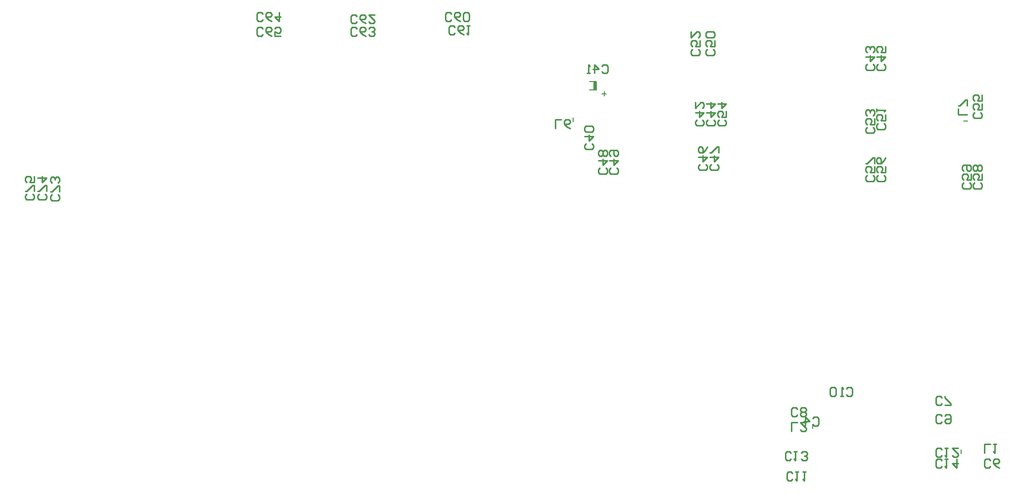
<source format=gbo>
%FSTAX23Y23*%
%MOIN*%
%SFA1B1*%

%IPPOS*%
%ADD67C,0.010000*%
%ADD117C,0.007870*%
%ADD119R,0.021650X0.055120*%
%LNdsau-motherboard-reva-1*%
%LPD*%
G54D67*
X07485Y03024D02*
X07495Y03034D01*
X07515*
X07525Y03024*
Y02985*
X07515Y02975*
X07495*
X07485Y02985*
X07435Y02975D02*
Y03034D01*
X07465Y03004*
X07425*
X08525Y05075D02*
X08465D01*
Y05114*
X08525Y05134D02*
Y05174D01*
X08515*
X08475Y05134*
X08465*
X0575Y0498D02*
Y0504D01*
X0579*
X0585Y0498D02*
X0583Y0499D01*
X0581Y0501*
Y0503*
X0582Y0504*
X0584*
X0585Y0503*
Y0502*
X0584Y0501*
X0581*
X0734Y02937D02*
Y02997D01*
X0738*
X0744D02*
X074D01*
X0744Y02957*
Y02947*
X0743Y02937*
X0741*
X074Y02947*
X0864Y0279D02*
Y0285D01*
X0868*
X087D02*
X0872D01*
X0871*
Y0279*
X087Y028*
X0223Y04539D02*
X0224Y04529D01*
Y0451*
X0223Y045*
X0219*
X0218Y0451*
Y04529*
X0219Y04539*
X0224Y04559D02*
Y04599D01*
X0223*
X0219Y04559*
X0218*
X0224Y04659D02*
Y04619D01*
X0221*
X0222Y04639*
Y04649*
X0221Y04659*
X0219*
X0218Y04649*
Y04629*
X0219Y04619*
X02315Y04539D02*
X02325Y04529D01*
Y0451*
X02315Y045*
X02275*
X02265Y0451*
Y04529*
X02275Y04539*
X02325Y04559D02*
Y04599D01*
X02315*
X02275Y04559*
X02265*
Y04649D02*
X02325D01*
X02295Y04619*
Y04659*
X024Y04534D02*
X0241Y04524D01*
Y04505*
X024Y04495*
X0236*
X0235Y04505*
Y04524*
X0236Y04534*
X0241Y04554D02*
Y04594D01*
X024*
X0236Y04554*
X0235*
X024Y04614D02*
X0241Y04624D01*
Y04644*
X024Y04654*
X0239*
X0238Y04644*
Y04634*
Y04644*
X0237Y04654*
X0236*
X0235Y04644*
Y04624*
X0236Y04614*
X0378Y05615D02*
X0377Y05605D01*
X0375*
X0374Y05615*
Y05655*
X0375Y05665*
X0377*
X0378Y05655*
X0384Y05605D02*
X0382Y05615D01*
X038Y05635*
Y05655*
X0381Y05665*
X0383*
X0384Y05655*
Y05645*
X0383Y05635*
X038*
X039Y05605D02*
X0386D01*
Y05635*
X0388Y05625*
X0389*
X039Y05635*
Y05655*
X0389Y05665*
X0387*
X0386Y05655*
X0378Y05715D02*
X0377Y05705D01*
X0375*
X0374Y05715*
Y05755*
X0375Y05765*
X0377*
X0378Y05755*
X0384Y05705D02*
X0382Y05715D01*
X038Y05735*
Y05755*
X0381Y05765*
X0383*
X0384Y05755*
Y05745*
X0383Y05735*
X038*
X0389Y05765D02*
Y05705D01*
X0386Y05735*
X039*
X04414Y05615D02*
X04404Y05605D01*
X04385*
X04375Y05615*
Y05654*
X04385Y05664*
X04404*
X04414Y05654*
X04474Y05605D02*
X04454Y05615D01*
X04434Y05634*
Y05654*
X04444Y05664*
X04464*
X04474Y05654*
Y05644*
X04464Y05634*
X04434*
X04494Y05615D02*
X04504Y05605D01*
X04524*
X04534Y05615*
Y05624*
X04524Y05634*
X04514*
X04524*
X04534Y05644*
Y05654*
X04524Y05664*
X04504*
X04494Y05654*
X04414Y057D02*
X04404Y0569D01*
X04385*
X04375Y057*
Y05739*
X04385Y05749*
X04404*
X04414Y05739*
X04474Y0569D02*
X04454Y057D01*
X04434Y05719*
Y05739*
X04444Y05749*
X04464*
X04474Y05739*
Y05729*
X04464Y05719*
X04434*
X04534Y05749D02*
X04494D01*
X04534Y05709*
Y057*
X04524Y0569*
X04504*
X04494Y057*
X05075Y05625D02*
X05065Y05615D01*
X05045*
X05035Y05625*
Y05665*
X05045Y05675*
X05065*
X05075Y05665*
X05135Y05615D02*
X05115Y05625D01*
X05095Y05645*
Y05665*
X05105Y05675*
X05125*
X05135Y05665*
Y05655*
X05125Y05645*
X05095*
X05155Y05675D02*
X05175D01*
X05165*
Y05615*
X05155Y05625*
X0505Y05715D02*
X0504Y05705D01*
X0502*
X0501Y05715*
Y05755*
X0502Y05765*
X0504*
X0505Y05755*
X0511Y05705D02*
X0509Y05715D01*
X0507Y05735*
Y05755*
X0508Y05765*
X051*
X0511Y05755*
Y05745*
X051Y05735*
X0507*
X0513Y05715D02*
X0514Y05705D01*
X0516*
X0517Y05715*
Y05755*
X0516Y05765*
X0514*
X0513Y05755*
Y05715*
X0854Y04614D02*
X0855Y04604D01*
Y04585*
X0854Y04575*
X085*
X0849Y04585*
Y04604*
X085Y04614*
X0855Y04674D02*
Y04634D01*
X0852*
X0853Y04654*
Y04664*
X0852Y04674*
X085*
X0849Y04664*
Y04644*
X085Y04634*
Y04694D02*
X0849Y04704D01*
Y04724*
X085Y04734*
X0854*
X0855Y04724*
Y04704*
X0854Y04694*
X0853*
X0852Y04704*
Y04734*
X08615Y04614D02*
X08625Y04604D01*
Y04585*
X08615Y04575*
X08575*
X08565Y04585*
Y04604*
X08575Y04614*
X08625Y04674D02*
Y04634D01*
X08595*
X08605Y04654*
Y04664*
X08595Y04674*
X08575*
X08565Y04664*
Y04644*
X08575Y04634*
X08615Y04694D02*
X08625Y04704D01*
Y04724*
X08615Y04734*
X08605*
X08595Y04724*
X08585Y04734*
X08575*
X08565Y04724*
Y04704*
X08575Y04694*
X08585*
X08595Y04704*
X08605Y04694*
X08615*
X08595Y04704D02*
Y04724D01*
X0789Y04664D02*
X079Y04654D01*
Y04635*
X0789Y04625*
X0785*
X0784Y04635*
Y04654*
X0785Y04664*
X079Y04724D02*
Y04684D01*
X0787*
X0788Y04704*
Y04714*
X0787Y04724*
X0785*
X0784Y04714*
Y04694*
X0785Y04684*
X079Y04744D02*
Y04784D01*
X0789*
X0785Y04744*
X0784*
X07965Y04664D02*
X07975Y04654D01*
Y04635*
X07965Y04625*
X07925*
X07915Y04635*
Y04654*
X07925Y04664*
X07975Y04724D02*
Y04684D01*
X07945*
X07955Y04704*
Y04714*
X07945Y04724*
X07925*
X07915Y04714*
Y04694*
X07925Y04684*
X07975Y04784D02*
X07965Y04764D01*
X07945Y04744*
X07925*
X07915Y04754*
Y04774*
X07925Y04784*
X07935*
X07945Y04774*
Y04744*
X08615Y05089D02*
X08625Y05079D01*
Y0506*
X08615Y0505*
X08575*
X08565Y0506*
Y05079*
X08575Y05089*
X08625Y05149D02*
Y05109D01*
X08595*
X08605Y05129*
Y05139*
X08595Y05149*
X08575*
X08565Y05139*
Y05119*
X08575Y05109*
X08625Y05209D02*
Y05169D01*
X08595*
X08605Y05189*
Y05199*
X08595Y05209*
X08575*
X08565Y05199*
Y05179*
X08575Y05169*
X06892Y05039D02*
X06902Y05029D01*
Y0501*
X06892Y05*
X06853*
X06843Y0501*
Y05029*
X06853Y05039*
X06902Y05099D02*
Y05059D01*
X06872*
X06882Y05079*
Y05089*
X06872Y05099*
X06853*
X06843Y05089*
Y05069*
X06853Y05059*
X06843Y05149D02*
X06902D01*
X06872Y05119*
Y05159*
X0789Y04989D02*
X079Y04979D01*
Y0496*
X0789Y0495*
X0785*
X0784Y0496*
Y04979*
X0785Y04989*
X079Y05049D02*
Y05009D01*
X0787*
X0788Y05029*
Y05039*
X0787Y05049*
X0785*
X0784Y05039*
Y05019*
X0785Y05009*
X0789Y05069D02*
X079Y05079D01*
Y05099*
X0789Y05109*
X0788*
X0787Y05099*
Y05089*
Y05099*
X0786Y05109*
X0785*
X0784Y05099*
Y05079*
X0785Y05069*
X06714Y05514D02*
X06724Y05504D01*
Y05485*
X06714Y05475*
X06675*
X06665Y05485*
Y05504*
X06675Y05514*
X06724Y05574D02*
Y05534D01*
X06694*
X06704Y05554*
Y05564*
X06694Y05574*
X06675*
X06665Y05564*
Y05544*
X06675Y05534*
X06665Y05634D02*
Y05594D01*
X06704Y05634*
X06714*
X06724Y05624*
Y05604*
X06714Y05594*
X07965Y05014D02*
X07975Y05004D01*
Y04985*
X07965Y04975*
X07925*
X07915Y04985*
Y05004*
X07925Y05014*
X07975Y05074D02*
Y05034D01*
X07945*
X07955Y05054*
Y05064*
X07945Y05074*
X07925*
X07915Y05064*
Y05044*
X07925Y05034*
X07915Y05094D02*
Y05114D01*
Y05104*
X07975*
X07965Y05094*
X06814Y05514D02*
X06824Y05504D01*
Y05485*
X06814Y05475*
X06775*
X06765Y05485*
Y05504*
X06775Y05514*
X06824Y05574D02*
Y05534D01*
X06794*
X06804Y05554*
Y05564*
X06794Y05574*
X06775*
X06765Y05564*
Y05544*
X06775Y05534*
X06814Y05594D02*
X06824Y05604D01*
Y05624*
X06814Y05634*
X06775*
X06765Y05624*
Y05604*
X06775Y05594*
X06814*
X06165Y04714D02*
X06175Y04704D01*
Y04685*
X06165Y04675*
X06125*
X06115Y04685*
Y04704*
X06125Y04714*
X06115Y04764D02*
X06175D01*
X06145Y04734*
Y04774*
X06125Y04794D02*
X06115Y04804D01*
Y04824*
X06125Y04834*
X06165*
X06175Y04824*
Y04804*
X06165Y04794*
X06155*
X06145Y04804*
Y04834*
X0609Y04714D02*
X061Y04704D01*
Y04685*
X0609Y04675*
X0605*
X0604Y04685*
Y04704*
X0605Y04714*
X0604Y04764D02*
X061D01*
X0607Y04734*
Y04774*
X0609Y04794D02*
X061Y04804D01*
Y04824*
X0609Y04834*
X0608*
X0607Y04824*
X0606Y04834*
X0605*
X0604Y04824*
Y04804*
X0605Y04794*
X0606*
X0607Y04804*
X0608Y04794*
X0609*
X0607Y04804D02*
Y04824D01*
X0684Y04739D02*
X0685Y04729D01*
Y0471*
X0684Y047*
X068*
X0679Y0471*
Y04729*
X068Y04739*
X0679Y04789D02*
X0685D01*
X0682Y04759*
Y04799*
X0685Y04819D02*
Y04859D01*
X0684*
X068Y04819*
X0679*
X06765Y04739D02*
X06775Y04729D01*
Y0471*
X06765Y047*
X06725*
X06715Y0471*
Y04729*
X06725Y04739*
X06715Y04789D02*
X06775D01*
X06745Y04759*
Y04799*
X06775Y04859D02*
X06765Y04839D01*
X06745Y04819*
X06725*
X06715Y04829*
Y04849*
X06725Y04859*
X06735*
X06745Y04849*
Y04819*
X07965Y05414D02*
X07975Y05404D01*
Y05385*
X07965Y05375*
X07925*
X07915Y05385*
Y05404*
X07925Y05414*
X07915Y05464D02*
X07975D01*
X07945Y05434*
Y05474*
X07975Y05534D02*
Y05494D01*
X07945*
X07955Y05514*
Y05524*
X07945Y05534*
X07925*
X07915Y05524*
Y05504*
X07925Y05494*
X06817Y05039D02*
X06827Y05029D01*
Y0501*
X06817Y05*
X06778*
X06768Y0501*
Y05029*
X06778Y05039*
X06768Y05089D02*
X06827D01*
X06797Y05059*
Y05099*
X06768Y05149D02*
X06827D01*
X06797Y05119*
Y05159*
X0789Y05414D02*
X079Y05404D01*
Y05385*
X0789Y05375*
X0785*
X0784Y05385*
Y05404*
X0785Y05414*
X0784Y05464D02*
X079D01*
X0787Y05434*
Y05474*
X0789Y05494D02*
X079Y05504D01*
Y05524*
X0789Y05534*
X0788*
X0787Y05524*
Y05514*
Y05524*
X0786Y05534*
X0785*
X0784Y05524*
Y05504*
X0785Y05494*
X06742Y05039D02*
X06752Y05029D01*
Y0501*
X06742Y05*
X06703*
X06693Y0501*
Y05029*
X06703Y05039*
X06693Y05089D02*
X06752D01*
X06722Y05059*
Y05099*
X06693Y05159D02*
Y05119D01*
X06732Y05159*
X06742*
X06752Y05149*
Y05129*
X06742Y05119*
X06065Y05402D02*
X06075Y05412D01*
X06095*
X06105Y05402*
Y05363*
X06095Y05353*
X06075*
X06065Y05363*
X06015Y05353D02*
Y05412D01*
X06045Y05382*
X06005*
X05985Y05353D02*
X05965D01*
X05975*
Y05412*
X05985Y05402*
X05999Y04879D02*
X06009Y04869D01*
Y0485*
X05999Y0484*
X05959*
X05949Y0485*
Y04869*
X05959Y04879*
X05949Y04929D02*
X06009D01*
X05979Y04899*
Y04939*
X05999Y04959D02*
X06009Y04969D01*
Y04989*
X05999Y04999*
X05959*
X05949Y04989*
Y04969*
X05959Y04959*
X05999*
X08355Y027D02*
X08345Y0269D01*
X08325*
X08315Y027*
Y0274*
X08325Y0275*
X08345*
X08355Y0274*
X08375Y0275D02*
X08395D01*
X08385*
Y0269*
X08375Y027*
X08454Y0275D02*
Y0269D01*
X08425Y0272*
X08464*
X07339Y0275D02*
X07329Y0274D01*
X0731*
X073Y0275*
Y0279*
X0731Y028*
X07329*
X07339Y0279*
X07359Y028D02*
X07379D01*
X07369*
Y0274*
X07359Y0275*
X07409D02*
X07419Y0274D01*
X07439*
X07449Y0275*
Y0276*
X07439Y0277*
X07429*
X07439*
X07449Y0278*
Y0279*
X07439Y028*
X07419*
X07409Y0279*
X08355Y02775D02*
X08345Y02765D01*
X08325*
X08315Y02775*
Y02815*
X08325Y02825*
X08345*
X08355Y02815*
X08375Y02825D02*
X08395D01*
X08385*
Y02765*
X08375Y02775*
X08464Y02825D02*
X08425D01*
X08464Y02785*
Y02775*
X08454Y02765*
X08434*
X08425Y02775*
X07349Y02615D02*
X07339Y02605D01*
X0732*
X0731Y02615*
Y02655*
X0732Y02665*
X07339*
X07349Y02655*
X07369Y02665D02*
X07389D01*
X07379*
Y02605*
X07369Y02615*
X07419Y02665D02*
X07439D01*
X07429*
Y02605*
X07419Y02615*
X0771Y03224D02*
X0772Y03234D01*
X0774*
X0775Y03224*
Y03185*
X0774Y03175*
X0772*
X0771Y03185*
X0769Y03175D02*
X0767D01*
X0768*
Y03234*
X0769Y03224*
X0764D02*
X0763Y03234D01*
X0761*
X076Y03224*
Y03185*
X0761Y03175*
X0763*
X0764Y03185*
Y03224*
X08355Y03D02*
X08345Y0299D01*
X08325*
X08315Y03*
Y0304*
X08325Y0305*
X08345*
X08355Y0304*
X08375D02*
X08385Y0305D01*
X08405*
X08415Y0304*
Y03*
X08405Y0299*
X08385*
X08375Y03*
Y0301*
X08385Y0302*
X08415*
X0738Y03047D02*
X0737Y03037D01*
X0735*
X0734Y03047*
Y03087*
X0735Y03097*
X0737*
X0738Y03087*
X074Y03047D02*
X0741Y03037D01*
X0743*
X0744Y03047*
Y03057*
X0743Y03067*
X0744Y03077*
Y03087*
X0743Y03097*
X0741*
X074Y03087*
Y03077*
X0741Y03067*
X074Y03057*
Y03047*
X0741Y03067D02*
X0743D01*
X08354Y03125D02*
X08344Y03115D01*
X08325*
X08315Y03125*
Y03165*
X08325Y03175*
X08344*
X08354Y03165*
X08374Y03115D02*
X08414D01*
Y03125*
X08374Y03165*
Y03175*
X0868Y027D02*
X0867Y0269D01*
X0865*
X0864Y027*
Y0274*
X0865Y0275*
X0867*
X0868Y0274*
X0874Y0269D02*
X0872Y027D01*
X087Y0272*
Y0274*
X0871Y0275*
X0873*
X0874Y0274*
Y0273*
X0873Y0272*
X087*
G54D117*
X05981Y05297D02*
X06028D01*
X05981Y05242D02*
X06028D01*
Y05297*
X0608Y05205D02*
Y05225D01*
Y05205D02*
Y05215D01*
X0609*
X0607D02*
X0609D01*
X0608Y052D02*
Y05205D01*
Y052D02*
Y0523D01*
Y05215D02*
Y0523D01*
Y05215D02*
X06095D01*
X06065D02*
X06095D01*
X0587Y05026D02*
Y05053D01*
X07484Y02959D02*
Y02986D01*
X08484Y02786D02*
Y02813D01*
X08501Y0503D02*
X08528D01*
G54D119*
X06017Y0527D03*
M02*
</source>
